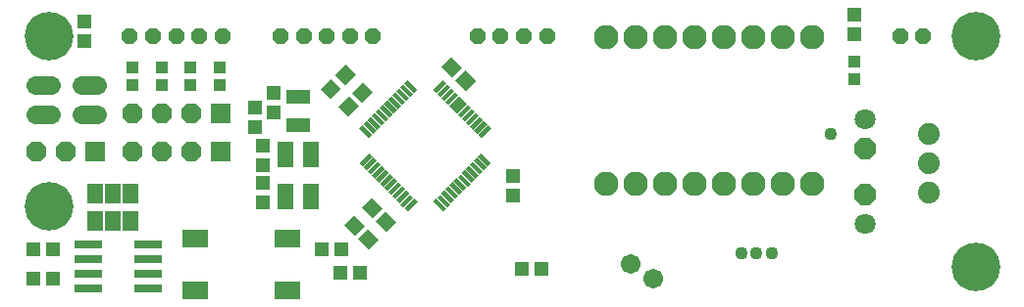
<source format=gts>
G75*
%MOIN*%
%OFA0B0*%
%FSLAX24Y24*%
%IPPOS*%
%LPD*%
%AMOC8*
5,1,8,0,0,1.08239X$1,22.5*
%
%ADD10C,0.0740*%
%ADD11C,0.0830*%
%ADD12OC8,0.0552*%
%ADD13OC8,0.0710*%
%ADD14C,0.0710*%
%ADD15R,0.0680X0.0680*%
%ADD16OC8,0.0680*%
%ADD17R,0.0159X0.0474*%
%ADD18R,0.0474X0.0159*%
%ADD19R,0.0946X0.0316*%
%ADD20R,0.0474X0.0513*%
%ADD21R,0.0513X0.0474*%
%ADD22R,0.0540X0.0710*%
%ADD23R,0.0867X0.0631*%
%ADD24R,0.0552X0.0867*%
%ADD25R,0.0789X0.0474*%
%ADD26R,0.0395X0.0395*%
%ADD27C,0.0620*%
%ADD28C,0.0671*%
%ADD29C,0.0436*%
%ADD30C,0.1655*%
D10*
X031202Y004963D03*
X031202Y005963D03*
X031202Y006963D03*
D11*
X027222Y005234D03*
X026222Y005234D03*
X025222Y005234D03*
X024222Y005234D03*
X023222Y005234D03*
X022222Y005234D03*
X021222Y005234D03*
X020222Y005234D03*
X020222Y010234D03*
X021222Y010234D03*
X022222Y010234D03*
X023222Y010234D03*
X024222Y010234D03*
X025222Y010234D03*
X026222Y010234D03*
X027222Y010234D03*
D12*
X030218Y010293D03*
X031006Y010293D03*
X018210Y010293D03*
X017423Y010293D03*
X016635Y010293D03*
X015848Y010293D03*
X012305Y010293D03*
X011517Y010293D03*
X010730Y010293D03*
X009943Y010293D03*
X009155Y010293D03*
X007187Y010293D03*
X006399Y010293D03*
X005612Y010293D03*
X004824Y010293D03*
X004037Y010293D03*
D13*
X029037Y006447D03*
X029037Y004888D03*
D14*
X029037Y003888D03*
X029037Y007447D03*
D15*
X007112Y007636D03*
X007112Y006356D03*
X002872Y006356D03*
D16*
X001872Y006356D03*
X000872Y006356D03*
X004112Y006356D03*
X005112Y006356D03*
X006112Y006356D03*
X006112Y007636D03*
X005112Y007636D03*
X004112Y007636D03*
D17*
G36*
X011947Y005843D02*
X011835Y005955D01*
X012169Y006289D01*
X012281Y006177D01*
X011947Y005843D01*
G37*
G36*
X012086Y005704D02*
X011974Y005816D01*
X012308Y006150D01*
X012420Y006038D01*
X012086Y005704D01*
G37*
G36*
X012225Y005565D02*
X012113Y005677D01*
X012447Y006011D01*
X012559Y005899D01*
X012225Y005565D01*
G37*
G36*
X012365Y005426D02*
X012253Y005538D01*
X012587Y005872D01*
X012699Y005760D01*
X012365Y005426D01*
G37*
G36*
X012504Y005286D02*
X012392Y005398D01*
X012726Y005732D01*
X012838Y005620D01*
X012504Y005286D01*
G37*
G36*
X012643Y005147D02*
X012531Y005259D01*
X012865Y005593D01*
X012977Y005481D01*
X012643Y005147D01*
G37*
G36*
X012782Y005008D02*
X012670Y005120D01*
X013004Y005454D01*
X013116Y005342D01*
X012782Y005008D01*
G37*
G36*
X012921Y004869D02*
X012809Y004981D01*
X013143Y005315D01*
X013255Y005203D01*
X012921Y004869D01*
G37*
G36*
X013061Y004730D02*
X012949Y004842D01*
X013283Y005176D01*
X013395Y005064D01*
X013061Y004730D01*
G37*
G36*
X013200Y004590D02*
X013088Y004702D01*
X013422Y005036D01*
X013534Y004924D01*
X013200Y004590D01*
G37*
G36*
X013339Y004451D02*
X013227Y004563D01*
X013561Y004897D01*
X013673Y004785D01*
X013339Y004451D01*
G37*
G36*
X013478Y004312D02*
X013366Y004424D01*
X013700Y004758D01*
X013812Y004646D01*
X013478Y004312D01*
G37*
G36*
X015984Y006817D02*
X015872Y006929D01*
X016206Y007263D01*
X016318Y007151D01*
X015984Y006817D01*
G37*
G36*
X015844Y006957D02*
X015732Y007069D01*
X016066Y007403D01*
X016178Y007291D01*
X015844Y006957D01*
G37*
G36*
X015705Y007096D02*
X015593Y007208D01*
X015927Y007542D01*
X016039Y007430D01*
X015705Y007096D01*
G37*
G36*
X015566Y007235D02*
X015454Y007347D01*
X015788Y007681D01*
X015900Y007569D01*
X015566Y007235D01*
G37*
G36*
X015427Y007374D02*
X015315Y007486D01*
X015649Y007820D01*
X015761Y007708D01*
X015427Y007374D01*
G37*
G36*
X015288Y007513D02*
X015176Y007625D01*
X015510Y007959D01*
X015622Y007847D01*
X015288Y007513D01*
G37*
G36*
X015149Y007653D02*
X015037Y007765D01*
X015371Y008099D01*
X015483Y007987D01*
X015149Y007653D01*
G37*
G36*
X015009Y007792D02*
X014897Y007904D01*
X015231Y008238D01*
X015343Y008126D01*
X015009Y007792D01*
G37*
G36*
X014870Y007931D02*
X014758Y008043D01*
X015092Y008377D01*
X015204Y008265D01*
X014870Y007931D01*
G37*
G36*
X014731Y008070D02*
X014619Y008182D01*
X014953Y008516D01*
X015065Y008404D01*
X014731Y008070D01*
G37*
G36*
X014592Y008209D02*
X014480Y008321D01*
X014814Y008655D01*
X014926Y008543D01*
X014592Y008209D01*
G37*
G36*
X014453Y008349D02*
X014341Y008461D01*
X014675Y008795D01*
X014787Y008683D01*
X014453Y008349D01*
G37*
D18*
G36*
X013700Y008349D02*
X013366Y008683D01*
X013478Y008795D01*
X013812Y008461D01*
X013700Y008349D01*
G37*
G36*
X013561Y008209D02*
X013227Y008543D01*
X013339Y008655D01*
X013673Y008321D01*
X013561Y008209D01*
G37*
G36*
X013422Y008070D02*
X013088Y008404D01*
X013200Y008516D01*
X013534Y008182D01*
X013422Y008070D01*
G37*
G36*
X013283Y007931D02*
X012949Y008265D01*
X013061Y008377D01*
X013395Y008043D01*
X013283Y007931D01*
G37*
G36*
X013143Y007792D02*
X012809Y008126D01*
X012921Y008238D01*
X013255Y007904D01*
X013143Y007792D01*
G37*
G36*
X013004Y007653D02*
X012670Y007987D01*
X012782Y008099D01*
X013116Y007765D01*
X013004Y007653D01*
G37*
G36*
X012865Y007513D02*
X012531Y007847D01*
X012643Y007959D01*
X012977Y007625D01*
X012865Y007513D01*
G37*
G36*
X012726Y007374D02*
X012392Y007708D01*
X012504Y007820D01*
X012838Y007486D01*
X012726Y007374D01*
G37*
G36*
X012587Y007235D02*
X012253Y007569D01*
X012365Y007681D01*
X012699Y007347D01*
X012587Y007235D01*
G37*
G36*
X012447Y007096D02*
X012113Y007430D01*
X012225Y007542D01*
X012559Y007208D01*
X012447Y007096D01*
G37*
G36*
X012308Y006957D02*
X011974Y007291D01*
X012086Y007403D01*
X012420Y007069D01*
X012308Y006957D01*
G37*
G36*
X012169Y006817D02*
X011835Y007151D01*
X011947Y007263D01*
X012281Y006929D01*
X012169Y006817D01*
G37*
G36*
X015649Y005286D02*
X015315Y005620D01*
X015427Y005732D01*
X015761Y005398D01*
X015649Y005286D01*
G37*
G36*
X015510Y005147D02*
X015176Y005481D01*
X015288Y005593D01*
X015622Y005259D01*
X015510Y005147D01*
G37*
G36*
X015371Y005008D02*
X015037Y005342D01*
X015149Y005454D01*
X015483Y005120D01*
X015371Y005008D01*
G37*
G36*
X015231Y004869D02*
X014897Y005203D01*
X015009Y005315D01*
X015343Y004981D01*
X015231Y004869D01*
G37*
G36*
X015092Y004730D02*
X014758Y005064D01*
X014870Y005176D01*
X015204Y004842D01*
X015092Y004730D01*
G37*
G36*
X014953Y004590D02*
X014619Y004924D01*
X014731Y005036D01*
X015065Y004702D01*
X014953Y004590D01*
G37*
G36*
X014814Y004451D02*
X014480Y004785D01*
X014592Y004897D01*
X014926Y004563D01*
X014814Y004451D01*
G37*
G36*
X014675Y004312D02*
X014341Y004646D01*
X014453Y004758D01*
X014787Y004424D01*
X014675Y004312D01*
G37*
G36*
X015788Y005426D02*
X015454Y005760D01*
X015566Y005872D01*
X015900Y005538D01*
X015788Y005426D01*
G37*
G36*
X015927Y005565D02*
X015593Y005899D01*
X015705Y006011D01*
X016039Y005677D01*
X015927Y005565D01*
G37*
G36*
X016066Y005704D02*
X015732Y006038D01*
X015844Y006150D01*
X016178Y005816D01*
X016066Y005704D01*
G37*
G36*
X016206Y005843D02*
X015872Y006177D01*
X015984Y006289D01*
X016318Y005955D01*
X016206Y005843D01*
G37*
D19*
X002620Y001669D03*
X002620Y002169D03*
X002620Y002669D03*
X002620Y003169D03*
X004667Y003169D03*
X004667Y002669D03*
X004667Y002169D03*
X004667Y001669D03*
D20*
X001419Y003010D03*
X000750Y003010D03*
X008565Y004604D03*
X008565Y005274D03*
X008565Y005864D03*
X008565Y006534D03*
X008289Y007164D03*
X008919Y007675D03*
X008289Y007833D03*
X008919Y008345D03*
X017069Y005510D03*
X017069Y004841D03*
X017364Y002341D03*
X018033Y002341D03*
X011852Y002223D03*
X011183Y002223D03*
D21*
X011222Y003010D03*
X010553Y003010D03*
G36*
X012161Y003016D02*
X011800Y003377D01*
X012135Y003712D01*
X012496Y003351D01*
X012161Y003016D01*
G37*
G36*
X011687Y003489D02*
X011326Y003850D01*
X011661Y004185D01*
X012022Y003824D01*
X011687Y003489D01*
G37*
G36*
X012751Y003606D02*
X012390Y003967D01*
X012725Y004302D01*
X013086Y003941D01*
X012751Y003606D01*
G37*
G36*
X012278Y004080D02*
X011917Y004441D01*
X012252Y004776D01*
X012613Y004415D01*
X012278Y004080D01*
G37*
G36*
X011130Y007878D02*
X011491Y008239D01*
X011826Y007904D01*
X011465Y007543D01*
X011130Y007878D01*
G37*
G36*
X011603Y008352D02*
X011964Y008713D01*
X012299Y008378D01*
X011938Y008017D01*
X011603Y008352D01*
G37*
G36*
X010539Y008469D02*
X010900Y008830D01*
X011235Y008495D01*
X010874Y008134D01*
X010539Y008469D01*
G37*
G36*
X011012Y008942D02*
X011373Y009303D01*
X011708Y008968D01*
X011347Y008607D01*
X011012Y008942D01*
G37*
G36*
X014968Y009579D02*
X015329Y009218D01*
X014994Y008883D01*
X014633Y009244D01*
X014968Y009579D01*
G37*
G36*
X015442Y009106D02*
X015803Y008745D01*
X015468Y008410D01*
X015107Y008771D01*
X015442Y009106D01*
G37*
X002502Y010116D03*
X002502Y010786D03*
X001419Y002026D03*
X000750Y002026D03*
X028643Y010353D03*
X028643Y011022D03*
D22*
X004046Y004900D03*
X003446Y004900D03*
X002846Y004900D03*
X002846Y003994D03*
X003446Y003994D03*
X004046Y003994D03*
D23*
X006242Y003384D03*
X009391Y003384D03*
X009391Y001612D03*
X006242Y001612D03*
D24*
X009313Y004801D03*
X010179Y004801D03*
X010179Y006258D03*
X009313Y006258D03*
D25*
X009746Y007242D03*
X009746Y008227D03*
D26*
X007088Y008620D03*
X006104Y008620D03*
X005120Y008620D03*
X004135Y008620D03*
X004135Y009211D03*
X005120Y009211D03*
X006104Y009211D03*
X007088Y009211D03*
X028643Y009408D03*
X028643Y008817D03*
D27*
X002929Y008628D02*
X002389Y008628D01*
X001354Y008628D02*
X000814Y008628D01*
X000814Y007628D02*
X001354Y007628D01*
X002389Y007628D02*
X002929Y007628D01*
D28*
X021065Y002498D03*
X021813Y002006D03*
D29*
X024824Y002892D03*
X025336Y002892D03*
X025848Y002892D03*
X027856Y006947D03*
D30*
X032777Y010293D03*
X032777Y002419D03*
X001281Y004467D03*
X001281Y010293D03*
M02*

</source>
